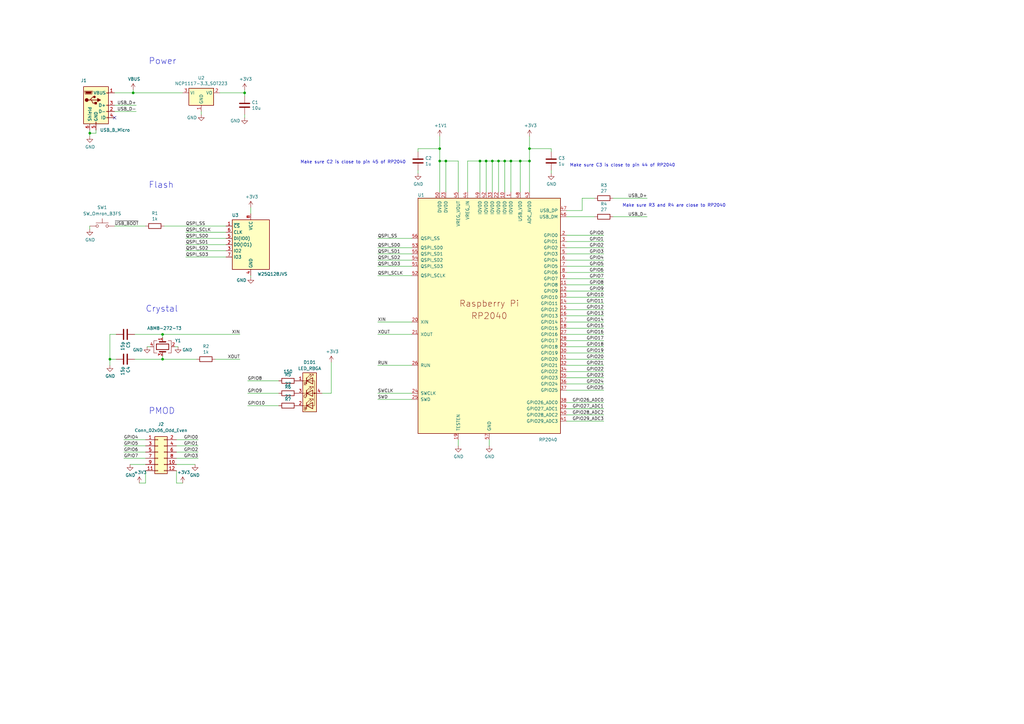
<source format=kicad_sch>
(kicad_sch (version 20230121) (generator eeschema)
  (paper "A3")
  (lib_symbols
    (symbol "Connector:USB_B_Micro" (pin_names (offset 1.016))
      (property "Reference" "J" (at -5.08 11.43 0))
      (property "Value" "USB_B_Micro" (at -5.08 8.89 0))
      (symbol "USB_B_Micro_0_1"
        (rectangle (start -5.08 -7.62) (end 5.08 7.62) (stroke (width 0.254)) (fill (type background)))
        (circle (center -3.81 2.159) (radius 0.635) (stroke (width 0.254)) (fill (type outline)))
        (circle (center -0.635 3.429) (radius 0.381) (stroke (width 0.254)) (fill (type outline)))
        (rectangle (start -0.127 -7.62) (end 0.127 -6.858))
        (polyline (pts (xy -1.905 2.159) (xy 0.635 2.159)) (stroke (width 0.254)))
        (polyline (pts (xy -3.175 2.159) (xy -2.54 2.159) (xy -1.27 3.429) (xy -0.635 3.429)) (stroke (width 0.254)))
        (polyline (pts (xy -2.54 2.159) (xy -1.905 2.159) (xy -1.27 0.889) (xy 0 0.889)) (stroke (width 0.254)))
        (polyline (pts (xy 0.635 2.794) (xy 0.635 1.524) (xy 1.905 2.159) (xy 0.635 2.794)) (stroke (width 0.254)) (fill (type outline)))
        (polyline (pts (xy -4.318 5.588) (xy -1.778 5.588) (xy -2.032 4.826) (xy -4.064 4.826) (xy -4.318 5.588)) (fill (type outline)))
        (polyline (pts (xy -4.699 5.842) (xy -4.699 5.588) (xy -4.445 4.826) (xy -4.445 4.572) (xy -1.651 4.572) (xy -1.651 4.826) (xy -1.397 5.588) (xy -1.397 5.842) (xy -4.699 5.842)))
        (rectangle (start 0.254 1.27) (end -0.508 0.508) (stroke (width 0.254)) (fill (type outline)))
        (rectangle (start 5.08 -5.207) (end 4.318 -4.953))
        (rectangle (start 5.08 -2.667) (end 4.318 -2.413))
        (rectangle (start 5.08 -0.127) (end 4.318 0.127))
        (rectangle (start 5.08 4.953) (end 4.318 5.207))
      )
      (symbol "USB_B_Micro_1_1"
        (pin power_out line (at 7.62 5.08 180) (length 2.54) (name "VBUS") (number "1"))
        (pin bidirectional line (at 7.62 -2.54 180) (length 2.54) (name "D-") (number "2"))
        (pin bidirectional line (at 7.62 0 180) (length 2.54) (name "D+") (number "3"))
        (pin passive line (at 7.62 -5.08 180) (length 2.54) (name "ID") (number "4"))
        (pin power_out line (at 0 -10.16 90) (length 2.54) (name "GND") (number "5"))
        (pin passive line (at -2.54 -10.16 90) (length 2.54) (name "Shield") (number "6"))
      )
    )
    (symbol "Connector_Generic:Conn_02x06_Odd_Even" (pin_names (offset 1.016) hide)
      (property "Reference" "J" (at 1.27 7.62 0))
      (property "Value" "Conn_02x06_Odd_Even" (at 1.27 -10.16 0))
      (symbol "Conn_02x06_Odd_Even_1_1"
        (rectangle (start -1.27 -7.493) (end 0 -7.747) (stroke (width 0.1524)))
        (rectangle (start -1.27 -4.953) (end 0 -5.207) (stroke (width 0.1524)))
        (rectangle (start -1.27 -2.413) (end 0 -2.667) (stroke (width 0.1524)))
        (rectangle (start -1.27 0.127) (end 0 -0.127) (stroke (width 0.1524)))
        (rectangle (start -1.27 2.667) (end 0 2.413) (stroke (width 0.1524)))
        (rectangle (start -1.27 5.207) (end 0 4.953) (stroke (width 0.1524)))
        (rectangle (start -1.27 6.35) (end 3.81 -8.89) (stroke (width 0.254)) (fill (type background)))
        (rectangle (start 3.81 -7.493) (end 2.54 -7.747) (stroke (width 0.1524)))
        (rectangle (start 3.81 -4.953) (end 2.54 -5.207) (stroke (width 0.1524)))
        (rectangle (start 3.81 -2.413) (end 2.54 -2.667) (stroke (width 0.1524)))
        (rectangle (start 3.81 0.127) (end 2.54 -0.127) (stroke (width 0.1524)))
        (rectangle (start 3.81 2.667) (end 2.54 2.413) (stroke (width 0.1524)))
        (rectangle (start 3.81 5.207) (end 2.54 4.953) (stroke (width 0.1524)))
        (pin passive line (at -5.08 5.08 0) (length 3.81) (name "Pin_1") (number "1"))
        (pin passive line (at 7.62 -5.08 180) (length 3.81) (name "Pin_10") (number "10"))
        (pin passive line (at -5.08 -7.62 0) (length 3.81) (name "Pin_11") (number "11"))
        (pin passive line (at 7.62 -7.62 180) (length 3.81) (name "Pin_12") (number "12"))
        (pin passive line (at 7.62 5.08 180) (length 3.81) (name "Pin_2") (number "2"))
        (pin passive line (at -5.08 2.54 0) (length 3.81) (name "Pin_3") (number "3"))
        (pin passive line (at 7.62 2.54 180) (length 3.81) (name "Pin_4") (number "4"))
        (pin passive line (at -5.08 0 0) (length 3.81) (name "Pin_5") (number "5"))
        (pin passive line (at 7.62 0 180) (length 3.81) (name "Pin_6") (number "6"))
        (pin passive line (at -5.08 -2.54 0) (length 3.81) (name "Pin_7") (number "7"))
        (pin passive line (at 7.62 -2.54 180) (length 3.81) (name "Pin_8") (number "8"))
        (pin passive line (at -5.08 -5.08 0) (length 3.81) (name "Pin_9") (number "9"))
      )
    )
    (symbol "Device:C" (pin_numbers hide) (pin_names (offset 0.254))
      (property "Reference" "C" (at 0.635 2.54 0))
      (property "Value" "C" (at 0.635 -2.54 0))
      (symbol "C_0_1"
        (polyline (pts (xy -2.032 -0.762) (xy 2.032 -0.762)) (stroke (width 0.508)))
        (polyline (pts (xy -2.032 0.762) (xy 2.032 0.762)) (stroke (width 0.508)))
      )
      (symbol "C_1_1"
        (pin passive line (at 0 3.81 270) (length 2.794) (name "~") (number "1"))
        (pin passive line (at 0 -3.81 90) (length 2.794) (name "~") (number "2"))
      )
    )
    (symbol "Device:Crystal_GND24" (pin_names (offset 1.016) hide)
      (property "Reference" "Y" (at 3.175 5.08 0))
      (property "Value" "Crystal_GND24" (at 3.175 3.175 0))
      (symbol "Crystal_GND24_0_1"
        (rectangle (start -1.143 2.54) (end 1.143 -2.54) (stroke (width 0.3048)))
        (polyline (pts (xy -2.54 0) (xy -2.032 0)))
        (polyline (pts (xy -2.032 -1.27) (xy -2.032 1.27)) (stroke (width 0.508)))
        (polyline (pts (xy 0 -3.81) (xy 0 -3.556)))
        (polyline (pts (xy 0 3.556) (xy 0 3.81)))
        (polyline (pts (xy 2.032 -1.27) (xy 2.032 1.27)) (stroke (width 0.508)))
        (polyline (pts (xy 2.032 0) (xy 2.54 0)))
        (polyline (pts (xy -2.54 -2.286) (xy -2.54 -3.556) (xy 2.54 -3.556) (xy 2.54 -2.286)))
        (polyline (pts (xy -2.54 2.286) (xy -2.54 3.556) (xy 2.54 3.556) (xy 2.54 2.286)))
      )
      (symbol "Crystal_GND24_1_1"
        (pin passive line (at -3.81 0 0) (length 1.27) (name "1") (number "1"))
        (pin passive line (at 0 5.08 270) (length 1.27) (name "2") (number "2"))
        (pin passive line (at 3.81 0 180) (length 1.27) (name "3") (number "3"))
        (pin passive line (at 0 -5.08 90) (length 1.27) (name "4") (number "4"))
      )
    )
    (symbol "Device:LED_RBGA" (pin_names (offset 0) hide)
      (property "Reference" "D" (at 0 9.398 0))
      (property "Value" "LED_RBGA" (at 0 -8.89 0))
      (symbol "LED_RBGA_0_0"
        (text "B" (at -1.905 -6.35 0) (effects (font (size 1.27 1.27))))
        (text "G" (at -1.905 -1.27 0) (effects (font (size 1.27 1.27))))
        (text "R" (at -1.905 3.81 0) (effects (font (size 1.27 1.27))))
      )
      (symbol "LED_RBGA_0_1"
        (polyline (pts (xy -1.27 -5.08) (xy -2.54 -5.08)))
        (polyline (pts (xy -1.27 -5.08) (xy 1.27 -5.08)))
        (polyline (pts (xy -1.27 -3.81) (xy -1.27 -6.35)) (stroke (width 0.254)))
        (polyline (pts (xy -1.27 0) (xy -2.54 0)))
        (polyline (pts (xy -1.27 1.27) (xy -1.27 -1.27)) (stroke (width 0.254)))
        (polyline (pts (xy -1.27 5.08) (xy -2.54 5.08)))
        (polyline (pts (xy -1.27 5.08) (xy 1.27 5.08)))
        (polyline (pts (xy -1.27 6.35) (xy -1.27 3.81)) (stroke (width 0.254)))
        (polyline (pts (xy 1.27 0) (xy -1.27 0)))
        (polyline (pts (xy 1.27 0) (xy 2.54 0)))
        (polyline (pts (xy -1.27 1.27) (xy -1.27 -1.27) (xy -1.27 -1.27)))
        (polyline (pts (xy -1.27 6.35) (xy -1.27 3.81) (xy -1.27 3.81)))
        (polyline (pts (xy 1.27 -5.08) (xy 2.032 -5.08) (xy 2.032 5.08) (xy 1.27 5.08)))
        (polyline (pts (xy 1.27 -3.81) (xy 1.27 -6.35) (xy -1.27 -5.08) (xy 1.27 -3.81)) (stroke (width 0.254)))
        (polyline (pts (xy 1.27 1.27) (xy 1.27 -1.27) (xy -1.27 0) (xy 1.27 1.27)) (stroke (width 0.254)))
        (polyline (pts (xy 1.27 6.35) (xy 1.27 3.81) (xy -1.27 5.08) (xy 1.27 6.35)) (stroke (width 0.254)))
        (polyline (pts (xy -1.016 -3.81) (xy 0.508 -2.286) (xy -0.254 -2.286) (xy 0.508 -2.286) (xy 0.508 -3.048)))
        (polyline (pts (xy -1.016 1.27) (xy 0.508 2.794) (xy -0.254 2.794) (xy 0.508 2.794) (xy 0.508 2.032)))
        (polyline (pts (xy -1.016 6.35) (xy 0.508 7.874) (xy -0.254 7.874) (xy 0.508 7.874) (xy 0.508 7.112)))
        (polyline (pts (xy 0 -3.81) (xy 1.524 -2.286) (xy 0.762 -2.286) (xy 1.524 -2.286) (xy 1.524 -3.048)))
        (polyline (pts (xy 0 1.27) (xy 1.524 2.794) (xy 0.762 2.794) (xy 1.524 2.794) (xy 1.524 2.032)))
        (polyline (pts (xy 0 6.35) (xy 1.524 7.874) (xy 0.762 7.874) (xy 1.524 7.874) (xy 1.524 7.112)))
        (rectangle (start 1.27 -1.27) (end 1.27 1.27))
        (rectangle (start 1.27 1.27) (end 1.27 1.27))
        (rectangle (start 1.27 3.81) (end 1.27 6.35))
        (rectangle (start 1.27 6.35) (end 1.27 6.35))
        (circle (center 2.032 0) (radius 0.254) (fill (type outline)))
        (rectangle (start 2.794 8.382) (end -2.794 -7.62) (stroke (width 0.254)) (fill (type background)))
      )
      (symbol "LED_RBGA_1_1"
        (pin passive line (at -5.08 5.08 0) (length 2.54) (name "RK") (number "1"))
        (pin passive line (at -5.08 -5.08 0) (length 2.54) (name "BK") (number "2"))
        (pin passive line (at -5.08 0 0) (length 2.54) (name "GK") (number "3"))
        (pin passive line (at 5.08 0 180) (length 2.54) (name "A") (number "4"))
      )
    )
    (symbol "Device:R" (pin_numbers hide) (pin_names (offset 0))
      (property "Reference" "R" (at 2.032 0 90))
      (property "Value" "R" (at 0 0 90))
      (symbol "R_0_1"
        (rectangle (start -1.016 -2.54) (end 1.016 2.54) (stroke (width 0.254)))
      )
      (symbol "R_1_1"
        (pin passive line (at 0 3.81 270) (length 1.27) (name "~") (number "1"))
        (pin passive line (at 0 -3.81 90) (length 1.27) (name "~") (number "2"))
      )
    )
    (symbol "MCU_RaspberryPi_RP2040:RP2040" (pin_names (offset 1.016))
      (property "Reference" "U" (at -29.21 49.53 0))
      (property "Value" "RP2040" (at 24.13 -49.53 0))
      (symbol "RP2040_0_0"
        (text "Raspberry Pi" (at 0 5.08 0) (effects (font (size 2.54 2.54))))
        (text "RP2040" (at 0 0 0) (effects (font (size 2.54 2.54))))
      )
      (symbol "RP2040_0_1"
        (rectangle (start 29.21 48.26) (end -29.21 -48.26) (stroke (width 0.254)) (fill (type background)))
      )
      (symbol "RP2040_1_1"
        (pin power_in line (at 8.89 50.8 270) (length 2.54) (name "IOVDD") (number "1"))
        (pin power_in line (at 6.35 50.8 270) (length 2.54) (name "IOVDD") (number "10"))
        (pin bidirectional line (at 31.75 12.7 180) (length 2.54) (name "GPIO8") (number "11"))
        (pin bidirectional line (at 31.75 10.16 180) (length 2.54) (name "GPIO9") (number "12"))
        (pin bidirectional line (at 31.75 7.62 180) (length 2.54) (name "GPIO10") (number "13"))
        (pin bidirectional line (at 31.75 5.08 180) (length 2.54) (name "GPIO11") (number "14"))
        (pin bidirectional line (at 31.75 2.54 180) (length 2.54) (name "GPIO12") (number "15"))
        (pin bidirectional line (at 31.75 0 180) (length 2.54) (name "GPIO13") (number "16"))
        (pin bidirectional line (at 31.75 -2.54 180) (length 2.54) (name "GPIO14") (number "17"))
        (pin bidirectional line (at 31.75 -5.08 180) (length 2.54) (name "GPIO15") (number "18"))
        (pin passive line (at -12.7 -50.8 90) (length 2.54) (name "TESTEN") (number "19"))
        (pin bidirectional line (at 31.75 33.02 180) (length 2.54) (name "GPIO0") (number "2"))
        (pin input line (at -31.75 -2.54 0) (length 2.54) (name "XIN") (number "20"))
        (pin passive line (at -31.75 -7.62 0) (length 2.54) (name "XOUT") (number "21"))
        (pin power_in line (at 3.81 50.8 270) (length 2.54) (name "IOVDD") (number "22"))
        (pin power_in line (at -17.78 50.8 270) (length 2.54) (name "DVDD") (number "23"))
        (pin output line (at -31.75 -31.75 0) (length 2.54) (name "SWCLK") (number "24"))
        (pin bidirectional line (at -31.75 -34.29 0) (length 2.54) (name "SWD") (number "25"))
        (pin input line (at -31.75 -20.32 0) (length 2.54) (name "RUN") (number "26"))
        (pin bidirectional line (at 31.75 -7.62 180) (length 2.54) (name "GPIO16") (number "27"))
        (pin bidirectional line (at 31.75 -10.16 180) (length 2.54) (name "GPIO17") (number "28"))
        (pin bidirectional line (at 31.75 -12.7 180) (length 2.54) (name "GPIO18") (number "29"))
        (pin bidirectional line (at 31.75 30.48 180) (length 2.54) (name "GPIO1") (number "3"))
        (pin bidirectional line (at 31.75 -15.24 180) (length 2.54) (name "GPIO19") (number "30"))
        (pin bidirectional line (at 31.75 -17.78 180) (length 2.54) (name "GPIO20") (number "31"))
        (pin bidirectional line (at 31.75 -20.32 180) (length 2.54) (name "GPIO21") (number "32"))
        (pin power_in line (at 1.27 50.8 270) (length 2.54) (name "IOVDD") (number "33"))
        (pin bidirectional line (at 31.75 -22.86 180) (length 2.54) (name "GPIO22") (number "34"))
        (pin bidirectional line (at 31.75 -25.4 180) (length 2.54) (name "GPIO23") (number "35"))
        (pin bidirectional line (at 31.75 -27.94 180) (length 2.54) (name "GPIO24") (number "36"))
        (pin bidirectional line (at 31.75 -30.48 180) (length 2.54) (name "GPIO25") (number "37"))
        (pin bidirectional line (at 31.75 -35.56 180) (length 2.54) (name "GPIO26_ADC0") (number "38"))
        (pin bidirectional line (at 31.75 -38.1 180) (length 2.54) (name "GPIO27_ADC1") (number "39"))
        (pin bidirectional line (at 31.75 27.94 180) (length 2.54) (name "GPIO2") (number "4"))
        (pin bidirectional line (at 31.75 -40.64 180) (length 2.54) (name "GPIO28_ADC2") (number "40"))
        (pin bidirectional line (at 31.75 -43.18 180) (length 2.54) (name "GPIO29_ADC3") (number "41"))
        (pin power_in line (at -1.27 50.8 270) (length 2.54) (name "IOVDD") (number "42"))
        (pin power_in line (at 16.51 50.8 270) (length 2.54) (name "ADC_AVDD") (number "43"))
        (pin power_in line (at -8.89 50.8 270) (length 2.54) (name "VREG_IN") (number "44"))
        (pin power_out line (at -12.7 50.8 270) (length 2.54) (name "VREG_VOUT") (number "45"))
        (pin bidirectional line (at 31.75 40.64 180) (length 2.54) (name "USB_DM") (number "46"))
        (pin bidirectional line (at 31.75 43.18 180) (length 2.54) (name "USB_DP") (number "47"))
        (pin power_in line (at 12.7 50.8 270) (length 2.54) (name "USB_VDD") (number "48"))
        (pin power_in line (at -3.81 50.8 270) (length 2.54) (name "IOVDD") (number "49"))
        (pin bidirectional line (at 31.75 25.4 180) (length 2.54) (name "GPIO3") (number "5"))
        (pin power_in line (at -20.32 50.8 270) (length 2.54) (name "DVDD") (number "50"))
        (pin bidirectional line (at -31.75 20.32 0) (length 2.54) (name "QSPI_SD3") (number "51"))
        (pin output line (at -31.75 16.51 0) (length 2.54) (name "QSPI_SCLK") (number "52"))
        (pin bidirectional line (at -31.75 27.94 0) (length 2.54) (name "QSPI_SD0") (number "53"))
        (pin bidirectional line (at -31.75 22.86 0) (length 2.54) (name "QSPI_SD2") (number "54"))
        (pin bidirectional line (at -31.75 25.4 0) (length 2.54) (name "QSPI_SD1") (number "55"))
        (pin bidirectional line (at -31.75 31.75 0) (length 2.54) (name "QSPI_SS") (number "56"))
        (pin power_in line (at 0 -50.8 90) (length 2.54) (name "GND") (number "57"))
        (pin bidirectional line (at 31.75 22.86 180) (length 2.54) (name "GPIO4") (number "6"))
        (pin bidirectional line (at 31.75 20.32 180) (length 2.54) (name "GPIO5") (number "7"))
        (pin bidirectional line (at 31.75 17.78 180) (length 2.54) (name "GPIO6") (number "8"))
        (pin bidirectional line (at 31.75 15.24 180) (length 2.54) (name "GPIO7") (number "9"))
      )
    )
    (symbol "Memory_Flash:W25Q128JVS"
      (property "Reference" "U" (at -8.89 8.89 0))
      (property "Value" "W25Q128JVS" (at 7.62 8.89 0))
      (symbol "W25Q128JVS_0_1"
        (rectangle (start -7.62 10.16) (end 7.62 -10.16) (stroke (width 0.254)) (fill (type background)))
      )
      (symbol "W25Q128JVS_1_1"
        (pin input line (at -10.16 7.62 0) (length 2.54) (name "~{CS}") (number "1"))
        (pin bidirectional line (at -10.16 0 0) (length 2.54) (name "DO(IO1)") (number "2"))
        (pin bidirectional line (at -10.16 -2.54 0) (length 2.54) (name "IO2") (number "3"))
        (pin power_in line (at 0 -12.7 90) (length 2.54) (name "GND") (number "4"))
        (pin bidirectional line (at -10.16 2.54 0) (length 2.54) (name "DI(IO0)") (number "5"))
        (pin input line (at -10.16 5.08 0) (length 2.54) (name "CLK") (number "6"))
        (pin bidirectional line (at -10.16 -5.08 0) (length 2.54) (name "IO3") (number "7"))
        (pin power_in line (at 0 12.7 270) (length 2.54) (name "VCC") (number "8"))
      )
    )
    (symbol "Regulator_Linear:NCP1117-3.3_SOT223"
      (property "Reference" "U" (at -3.81 3.175 0))
      (property "Value" "NCP1117-3.3_SOT223" (at 0 3.175 0))
      (symbol "NCP1117-3.3_SOT223_0_1"
        (rectangle (start -5.08 -5.08) (end 5.08 1.905) (stroke (width 0.254)) (fill (type background)))
      )
      (symbol "NCP1117-3.3_SOT223_1_1"
        (pin power_in line (at 0 -7.62 90) (length 2.54) (name "GND") (number "1"))
        (pin power_out line (at 7.62 0 180) (length 2.54) (name "VO") (number "2"))
        (pin power_in line (at -7.62 0 0) (length 2.54) (name "VI") (number "3"))
      )
    )
    (symbol "Switch:SW_Omron_B3FS" (pin_numbers hide) (pin_names (offset 1.016) hide)
      (property "Reference" "SW" (at 1.27 2.54 0))
      (property "Value" "SW_Omron_B3FS" (at 0 -1.524 0))
      (symbol "SW_Omron_B3FS_0_1"
        (circle (center -2.032 0) (radius 0.508))
        (polyline (pts (xy 0 1.27) (xy 0 3.048)))
        (polyline (pts (xy 2.54 1.27) (xy -2.54 1.27)))
        (circle (center 2.032 0) (radius 0.508))
        (pin passive line (at -5.08 0 0) (length 2.54) (name "1") (number "1"))
        (pin passive line (at 5.08 0 180) (length 2.54) (name "2") (number "2"))
      )
    )
    (symbol "power:+1V1" (power) (pin_names (offset 0))
      (property "Value" "+1V1" (at 0 3.556 0))
      (symbol "+1V1_0_1"
        (polyline (pts (xy -0.762 1.27) (xy 0 2.54)))
        (polyline (pts (xy 0 0) (xy 0 2.54)))
        (polyline (pts (xy 0 2.54) (xy 0.762 1.27)))
      )
      (symbol "+1V1_1_1"
        (pin power_in line (at 0 0 90) (length 0) hide (name "+1V1") (number "1"))
      )
    )
    (symbol "power:+3V3" (power) (pin_names (offset 0))
      (property "Value" "+3V3" (at 0 3.556 0))
      (symbol "+3V3_0_1"
        (polyline (pts (xy -0.762 1.27) (xy 0 2.54)))
        (polyline (pts (xy 0 0) (xy 0 2.54)))
        (polyline (pts (xy 0 2.54) (xy 0.762 1.27)))
      )
      (symbol "+3V3_1_1"
        (pin power_in line (at 0 0 90) (length 0) hide (name "+3V3") (number "1"))
      )
    )
    (symbol "power:GND" (power) (pin_names (offset 0))
      (property "Value" "GND" (at 0 -3.81 0))
      (symbol "GND_0_1"
        (polyline (pts (xy 0 0) (xy 0 -1.27) (xy 1.27 -1.27) (xy 0 -2.54) (xy -1.27 -1.27) (xy 0 -1.27)))
      )
      (symbol "GND_1_1"
        (pin power_in line (at 0 0 270) (length 0) hide (name "GND") (number "1"))
      )
    )
    (symbol "power:VBUS" (power) (pin_names (offset 0))
      (property "Value" "VBUS" (at 0 3.81 0))
      (symbol "VBUS_0_1"
        (polyline (pts (xy -0.762 1.27) (xy 0 2.54)))
        (polyline (pts (xy 0 0) (xy 0 2.54)))
        (polyline (pts (xy 0 2.54) (xy 0.762 1.27)))
      )
      (symbol "VBUS_1_1"
        (pin power_in line (at 0 0 90) (length 0) hide (name "VBUS") (number "1"))
      )
    )
  )
  (junction (at 213.36 66.04))
  (junction (at 196.85 66.04))
  (junction (at 180.34 66.04))
  (junction (at 180.34 60.96))
  (junction (at 207.01 66.04))
  (junction (at 66.675 137.16))
  (junction (at 217.17 66.04))
  (junction (at 100.33 38.1))
  (junction (at 66.675 147.32))
  (junction (at 217.17 60.96))
  (junction (at 204.47 66.04))
  (junction (at 36.83 54.61))
  (junction (at 54.61 38.1))
  (junction (at 45.085 147.32))
  (junction (at 199.39 66.04))
  (junction (at 201.93 66.04))
  (junction (at 209.55 66.04))
  (junction (at 182.88 66.04))
  (no_connect (at 46.99 48.26))
  (wire (pts (xy 39.37 54.61) (xy 36.83 54.61)))
  (wire (pts (xy 88.265 147.32) (xy 98.425 147.32)))
  (wire (pts (xy 232.41 139.7) (xy 247.65 139.7)))
  (wire (pts (xy 92.71 100.33) (xy 76.2 100.33)))
  (wire (pts (xy 232.41 132.08) (xy 247.65 132.08)))
  (wire (pts (xy 180.34 60.96) (xy 180.34 66.04)))
  (wire (pts (xy 100.33 46.99) (xy 100.33 48.26)))
  (wire (pts (xy 154.94 132.08) (xy 168.91 132.08)))
  (wire (pts (xy 201.93 66.04) (xy 204.47 66.04)))
  (wire (pts (xy 232.41 149.86) (xy 247.65 149.86)))
  (wire (pts (xy 207.01 66.04) (xy 209.55 66.04)))
  (wire (pts (xy 232.41 106.68) (xy 247.65 106.68)))
  (wire (pts (xy 82.55 45.72) (xy 82.55 46.99)))
  (wire (pts (xy 217.17 60.96) (xy 226.06 60.96)))
  (wire (pts (xy 217.17 60.96) (xy 217.17 66.04)))
  (wire (pts (xy 217.17 55.88) (xy 217.17 60.96)))
  (wire (pts (xy 154.94 101.6) (xy 168.91 101.6)))
  (wire (pts (xy 232.41 111.76) (xy 247.65 111.76)))
  (wire (pts (xy 232.41 99.06) (xy 247.65 99.06)))
  (wire (pts (xy 102.87 113.665) (xy 102.87 113.03)))
  (wire (pts (xy 187.96 180.34) (xy 187.96 182.88)))
  (wire (pts (xy 66.675 138.43) (xy 66.675 137.16)))
  (wire (pts (xy 232.41 101.6) (xy 247.65 101.6)))
  (wire (pts (xy 238.76 81.28) (xy 238.76 86.36)))
  (wire (pts (xy 72.39 193.04) (xy 72.39 198.12)))
  (wire (pts (xy 196.85 78.74) (xy 196.85 66.04)))
  (wire (pts (xy 71.755 142.24) (xy 73.025 142.24)))
  (wire (pts (xy 232.41 119.38) (xy 247.65 119.38)))
  (wire (pts (xy 168.91 149.86) (xy 154.94 149.86)))
  (wire (pts (xy 232.41 124.46) (xy 247.65 124.46)))
  (wire (pts (xy 135.89 148.59) (xy 135.89 161.29)))
  (wire (pts (xy 232.41 137.16) (xy 247.65 137.16)))
  (wire (pts (xy 232.41 134.62) (xy 247.65 134.62)))
  (wire (pts (xy 46.99 38.1) (xy 54.61 38.1)))
  (wire (pts (xy 187.96 78.74) (xy 187.96 66.04)))
  (wire (pts (xy 232.41 104.14) (xy 247.65 104.14)))
  (wire (pts (xy 232.41 86.36) (xy 238.76 86.36)))
  (wire (pts (xy 251.46 81.28) (xy 265.43 81.28)))
  (wire (pts (xy 57.15 198.12) (xy 59.69 198.12)))
  (wire (pts (xy 232.41 167.64) (xy 247.65 167.64)))
  (wire (pts (xy 67.31 92.71) (xy 92.71 92.71)))
  (wire (pts (xy 171.45 60.96) (xy 180.34 60.96)))
  (wire (pts (xy 213.36 78.74) (xy 213.36 66.04)))
  (wire (pts (xy 187.96 66.04) (xy 182.88 66.04)))
  (wire (pts (xy 66.675 147.32) (xy 80.645 147.32)))
  (wire (pts (xy 66.675 137.16) (xy 98.425 137.16)))
  (wire (pts (xy 72.39 187.96) (xy 81.28 187.96)))
  (wire (pts (xy 92.71 105.41) (xy 76.2 105.41)))
  (wire (pts (xy 232.41 88.9) (xy 243.84 88.9)))
  (wire (pts (xy 50.8 182.88) (xy 59.69 182.88)))
  (wire (pts (xy 191.77 66.04) (xy 196.85 66.04)))
  (wire (pts (xy 76.2 95.25) (xy 92.71 95.25)))
  (wire (pts (xy 180.34 55.88) (xy 180.34 60.96)))
  (wire (pts (xy 36.83 54.61) (xy 36.83 55.88)))
  (wire (pts (xy 232.41 154.94) (xy 247.65 154.94)))
  (wire (pts (xy 209.55 66.04) (xy 213.36 66.04)))
  (wire (pts (xy 72.39 190.5) (xy 80.01 190.5)))
  (wire (pts (xy 199.39 66.04) (xy 201.93 66.04)))
  (wire (pts (xy 72.39 180.34) (xy 81.28 180.34)))
  (wire (pts (xy 232.41 170.18) (xy 247.65 170.18)))
  (wire (pts (xy 232.41 121.92) (xy 247.65 121.92)))
  (wire (pts (xy 232.41 157.48) (xy 247.65 157.48)))
  (wire (pts (xy 168.91 97.79) (xy 154.94 97.79)))
  (wire (pts (xy 54.61 38.1) (xy 74.93 38.1)))
  (wire (pts (xy 217.17 66.04) (xy 217.17 78.74)))
  (wire (pts (xy 232.41 127) (xy 247.65 127)))
  (wire (pts (xy 232.41 114.3) (xy 247.65 114.3)))
  (wire (pts (xy 53.34 190.5) (xy 59.69 190.5)))
  (wire (pts (xy 209.55 66.04) (xy 209.55 78.74)))
  (wire (pts (xy 54.61 36.83) (xy 54.61 38.1)))
  (wire (pts (xy 251.46 88.9) (xy 265.43 88.9)))
  (wire (pts (xy 207.01 78.74) (xy 207.01 66.04)))
  (wire (pts (xy 47.625 147.32) (xy 45.085 147.32)))
  (wire (pts (xy 182.88 66.04) (xy 180.34 66.04)))
  (wire (pts (xy 199.39 78.74) (xy 199.39 66.04)))
  (wire (pts (xy 92.71 97.79) (xy 76.2 97.79)))
  (wire (pts (xy 168.91 113.03) (xy 154.94 113.03)))
  (wire (pts (xy 232.41 116.84) (xy 247.65 116.84)))
  (wire (pts (xy 200.66 180.34) (xy 200.66 182.88)))
  (wire (pts (xy 168.91 161.29) (xy 154.94 161.29)))
  (wire (pts (xy 55.245 147.32) (xy 66.675 147.32)))
  (wire (pts (xy 59.69 92.71) (xy 46.99 92.71)))
  (wire (pts (xy 232.41 96.52) (xy 247.65 96.52)))
  (wire (pts (xy 191.77 78.74) (xy 191.77 66.04)))
  (wire (pts (xy 59.69 193.04) (xy 59.69 198.12)))
  (wire (pts (xy 90.17 38.1) (xy 100.33 38.1)))
  (wire (pts (xy 66.675 146.05) (xy 66.675 147.32)))
  (wire (pts (xy 171.45 62.23) (xy 171.45 60.96)))
  (wire (pts (xy 72.39 185.42) (xy 81.28 185.42)))
  (wire (pts (xy 36.83 92.71) (xy 36.83 93.98)))
  (wire (pts (xy 232.41 109.22) (xy 247.65 109.22)))
  (wire (pts (xy 101.6 166.37) (xy 114.3 166.37)))
  (wire (pts (xy 50.8 180.34) (xy 59.69 180.34)))
  (wire (pts (xy 232.41 160.02) (xy 247.65 160.02)))
  (wire (pts (xy 154.94 106.68) (xy 168.91 106.68)))
  (wire (pts (xy 100.33 38.1) (xy 100.33 36.83)))
  (wire (pts (xy 101.6 156.21) (xy 114.3 156.21)))
  (wire (pts (xy 132.08 161.29) (xy 135.89 161.29)))
  (wire (pts (xy 226.06 62.23) (xy 226.06 60.96)))
  (wire (pts (xy 50.8 185.42) (xy 59.69 185.42)))
  (wire (pts (xy 60.325 142.24) (xy 61.595 142.24)))
  (wire (pts (xy 168.91 137.16) (xy 154.94 137.16)))
  (wire (pts (xy 232.41 129.54) (xy 247.65 129.54)))
  (wire (pts (xy 72.39 182.88) (xy 81.28 182.88)))
  (wire (pts (xy 45.085 137.16) (xy 45.085 147.32)))
  (wire (pts (xy 46.99 45.72) (xy 55.88 45.72)))
  (wire (pts (xy 100.33 39.37) (xy 100.33 38.1)))
  (wire (pts (xy 92.71 102.87) (xy 76.2 102.87)))
  (wire (pts (xy 154.94 104.14) (xy 168.91 104.14)))
  (wire (pts (xy 196.85 66.04) (xy 199.39 66.04)))
  (wire (pts (xy 232.41 147.32) (xy 247.65 147.32)))
  (wire (pts (xy 101.6 161.29) (xy 114.3 161.29)))
  (wire (pts (xy 204.47 66.04) (xy 207.01 66.04)))
  (wire (pts (xy 232.41 172.72) (xy 247.65 172.72)))
  (wire (pts (xy 232.41 142.24) (xy 247.65 142.24)))
  (wire (pts (xy 154.94 109.22) (xy 168.91 109.22)))
  (wire (pts (xy 36.83 53.34) (xy 36.83 54.61)))
  (wire (pts (xy 180.34 66.04) (xy 180.34 78.74)))
  (wire (pts (xy 213.36 66.04) (xy 217.17 66.04)))
  (wire (pts (xy 45.085 147.32) (xy 45.085 149.86)))
  (wire (pts (xy 232.41 144.78) (xy 247.65 144.78)))
  (wire (pts (xy 47.625 137.16) (xy 45.085 137.16)))
  (wire (pts (xy 232.41 152.4) (xy 247.65 152.4)))
  (wire (pts (xy 226.06 69.85) (xy 226.06 71.12)))
  (wire (pts (xy 182.88 78.74) (xy 182.88 66.04)))
  (wire (pts (xy 171.45 69.85) (xy 171.45 71.12)))
  (wire (pts (xy 102.87 85.09) (xy 102.87 87.63)))
  (wire (pts (xy 168.91 163.83) (xy 154.94 163.83)))
  (wire (pts (xy 46.99 43.18) (xy 55.88 43.18)))
  (wire (pts (xy 204.47 78.74) (xy 204.47 66.04)))
  (wire (pts (xy 39.37 53.34) (xy 39.37 54.61)))
  (wire (pts (xy 232.41 165.1) (xy 247.65 165.1)))
  (wire (pts (xy 55.245 137.16) (xy 66.675 137.16)))
  (wire (pts (xy 201.93 78.74) (xy 201.93 66.04)))
  (wire (pts (xy 72.39 198.12) (xy 74.93 198.12)))
  (wire (pts (xy 50.8 187.96) (xy 59.69 187.96)))
  (wire (pts (xy 238.76 81.28) (xy 243.84 81.28)))
  (text "Crystal" (at 59.69 128.27 0) (effects (font (size 2.54 2.54)) (justify left bottom)))
  (text "Make sure C2 is close to pin 45 of RP2040" (at 123.19 67.31 0) (effects (font (size 1.27 1.27)) (justify left bottom)))
  (text "Make sure R3 and R4 are close to RP2040" (at 255.27 85.09 0) (effects (font (size 1.27 1.27)) (justify left bottom)))
  (text "Flash" (at 60.96 77.47 0) (effects (font (size 2.54 2.54)) (justify left bottom)))
  (text "Power" (at 60.96 26.67 0) (effects (font (size 2.54 2.54)) (justify left bottom)))
  (text "PMOD\n" (at 60.96 170.18 0) (effects (font (size 2.54 2.54)) (justify left bottom)))
  (text "Make sure C3 is close to pin 44 of RP2040" (at 233.68 68.58 0) (effects (font (size 1.27 1.27)) (justify left bottom)))
  (label "GPIO12" (at 247.65 127 180))
  (label "QSPI_SS" (at 154.94 97.79 0))
  (label "GPIO16" (at 247.65 137.16 180))
  (label "XOUT" (at 154.94 137.16 0))
  (label "QSPI_SD0" (at 76.2 97.79 0))
  (label "XIN" (at 154.94 132.08 0))
  (label "QSPI_SD3" (at 76.2 105.41 0))
  (label "RUN" (at 154.94 149.86 0))
  (label "GPIO9" (at 247.65 119.38 180))
  (label "QSPI_SD2" (at 154.94 106.68 0))
  (label "GPIO14" (at 247.65 132.08 180))
  (label "GPIO8" (at 101.6 156.21 0))
  (label "GPIO26_ADC0" (at 247.65 165.1 180))
  (label "USB_D-" (at 265.43 88.9 180))
  (label "QSPI_SS" (at 76.2 92.71 0))
  (label "GPIO3" (at 81.28 187.96 180))
  (label "GPIO1" (at 247.65 99.06 180))
  (label "QSPI_SD1" (at 76.2 100.33 0))
  (label "GPIO2" (at 247.65 101.6 180))
  (label "QSPI_SD0" (at 154.94 101.6 0))
  (label "GPIO6" (at 247.65 111.76 180))
  (label "XIN" (at 98.425 137.16 180))
  (label "GPIO17" (at 247.65 139.7 180))
  (label "GPIO23" (at 247.65 154.94 180))
  (label "QSPI_SD2" (at 76.2 102.87 0))
  (label "GPIO18" (at 247.65 142.24 180))
  (label "GPIO0" (at 247.65 96.52 180))
  (label "GPIO21" (at 247.65 149.86 180))
  (label "GPIO13" (at 247.65 129.54 180))
  (label "GPIO29_ADC3" (at 247.65 172.72 180))
  (label "GPIO20" (at 247.65 147.32 180))
  (label "QSPI_SCLK" (at 76.2 95.25 0))
  (label "GPIO10" (at 247.65 121.92 180))
  (label "USB_D+" (at 55.88 43.18 180))
  (label "~{USB_BOOT}" (at 46.99 92.71 0))
  (label "GPIO4" (at 247.65 106.68 180))
  (label "GPIO7" (at 247.65 114.3 180))
  (label "GPIO22" (at 247.65 152.4 180))
  (label "SWD" (at 154.94 163.83 0))
  (label "GPIO24" (at 247.65 157.48 180))
  (label "XOUT" (at 98.425 147.32 180))
  (label "GPIO6" (at 50.8 185.42 0))
  (label "QSPI_SD1" (at 154.94 104.14 0))
  (label "GPIO19" (at 247.65 144.78 180))
  (label "GPIO1" (at 81.28 182.88 180))
  (label "QSPI_SD3" (at 154.94 109.22 0))
  (label "GPIO28_ADC2" (at 247.65 170.18 180))
  (label "GPIO7" (at 50.8 187.96 0))
  (label "GPIO0" (at 81.28 180.34 180))
  (label "GPIO2" (at 81.28 185.42 180))
  (label "QSPI_SCLK" (at 154.94 113.03 0))
  (label "GPIO5" (at 50.8 182.88 0))
  (label "USB_D+" (at 265.43 81.28 180))
  (label "GPIO5" (at 247.65 109.22 180))
  (label "GPIO27_ADC1" (at 247.65 167.64 180))
  (label "GPIO4" (at 50.8 180.34 0))
  (label "GPIO15" (at 247.65 134.62 180))
  (label "GPIO25" (at 247.65 160.02 180))
  (label "GPIO10" (at 101.6 166.37 0))
  (label "GPIO9" (at 101.6 161.29 0))
  (label "GPIO11" (at 247.65 124.46 180))
  (label "SWCLK" (at 154.94 161.29 0))
  (label "GPIO3" (at 247.65 104.14 180))
  (label "USB_D-" (at 55.88 45.72 180))
  (label "GPIO8" (at 247.65 116.84 180))
  (symbol (lib_id "Device:C") (at 100.33 43.18 0) (unit 1)
    (property "Reference" "C1" (at 103.251 42.0116 0) (effects (justify left)))
    (property "Value" "10u" (at 103.251 44.323 0) (effects (justify left)))
    (property "Footprint" "Capacitor_SMD:C_0805_2012Metric" (effects hide))
  )
  (symbol (lib_id "power:+3V3") (at 57.15 198.12 0) (unit 1)
    (property "Reference" "#PWR0121" (effects hide))
    (property "Value" "+3V3" (at 57.531 193.7258 0))
  )
  (symbol (lib_id "power:GND") (at 171.45 71.12 0) (unit 1)
    (property "Reference" "#PWR0115" (effects hide))
    (property "Value" "GND" (at 171.577 75.5142 0))
  )
  (symbol (lib_id "Device:R") (at 247.65 88.9 270) (unit 1)
    (property "Reference" "R4" (at 247.65 83.6422 90))
    (property "Value" "27" (at 247.65 85.9536 90))
    (property "Footprint" "Resistor_SMD:R_0402_1005Metric" (effects hide))
  )
  (symbol (lib_id "power:GND") (at 53.34 190.5 0) (unit 1)
    (property "Reference" "#PWR0122" (effects hide))
    (property "Value" "GND" (at 53.467 194.8942 0))
  )
  (symbol (lib_id "Memory_Flash:W25Q128JVS") (at 102.87 100.33 0) (unit 1)
    (property "Reference" "U3" (at 96.52 88.265 0))
    (property "Value" "W25Q128JVS" (at 111.76 112.395 0))
    (property "Footprint" "Package_SO:SOIC-8_5.23x5.23mm_P1.27mm" (effects hide))
    (property "Datasheet" "http://www.winbond.com/resource-files/w25q128jv_dtr%20revc%2003272018%20plus.pdf" (effects hide))
  )
  (symbol (lib_id "power:GND") (at 200.66 182.88 0) (unit 1)
    (property "Reference" "#PWR0118" (effects hide))
    (property "Value" "GND" (at 200.787 187.2742 0))
  )
  (symbol (lib_id "power:+3V3") (at 74.93 198.12 0) (unit 1)
    (property "Reference" "#PWR0114" (effects hide))
    (property "Value" "+3V3" (at 75.311 193.7258 0))
  )
  (symbol (lib_id "power:+1V1") (at 180.34 55.88 0) (unit 1)
    (property "Reference" "#PWR0116" (effects hide))
    (property "Value" "+1V1" (at 180.721 51.4858 0))
  )
  (symbol (lib_id "power:GND") (at 187.96 182.88 0) (unit 1)
    (property "Reference" "#PWR0117" (effects hide))
    (property "Value" "GND" (at 188.087 187.2742 0))
  )
  (symbol (lib_id "Device:R") (at 84.455 147.32 270) (unit 1)
    (property "Reference" "R2" (at 84.455 142.0622 90))
    (property "Value" "1k" (at 84.455 144.3736 90))
    (property "Footprint" "Resistor_SMD:R_0402_1005Metric" (effects hide))
  )
  (symbol (lib_id "Device:C") (at 171.45 66.04 0) (unit 1)
    (property "Reference" "C2" (at 174.371 64.8716 0) (effects (justify left)))
    (property "Value" "1u" (at 174.371 67.183 0) (effects (justify left)))
    (property "Footprint" "Capacitor_SMD:C_0402_1005Metric" (effects hide))
  )
  (symbol (lib_id "power:GND") (at 100.33 48.26 0) (unit 1)
    (property "Reference" "#PWR0110" (effects hide))
    (property "Value" "GND" (at 96.52 49.53 0))
  )
  (symbol (lib_id "power:GND") (at 102.87 113.665 0) (unit 1)
    (property "Reference" "#PWR0112" (effects hide))
    (property "Value" "GND" (at 99.06 114.935 0))
  )
  (symbol (lib_id "power:GND") (at 82.55 46.99 0) (unit 1)
    (property "Reference" "#PWR0108" (effects hide))
    (property "Value" "GND" (at 78.74 48.26 0))
  )
  (symbol (lib_id "power:GND") (at 80.01 190.5 0) (mirror y) (unit 1)
    (property "Reference" "#PWR0123" (effects hide))
    (property "Value" "GND" (at 79.883 194.8942 0))
  )
  (symbol (lib_id "Device:R") (at 118.11 156.21 90) (unit 1)
    (property "Reference" "R5" (at 118.11 153.67 90))
    (property "Value" "150" (at 118.11 152.4 90))
    (property "Footprint" "Resistor_SMD:R_0402_1005Metric" (effects hide))
  )
  (symbol (lib_id "power:+3V3") (at 102.87 85.09 0) (unit 1)
    (property "Reference" "#PWR0111" (effects hide))
    (property "Value" "+3V3" (at 103.251 80.6958 0))
  )
  (symbol (lib_id "Device:C") (at 226.06 66.04 0) (unit 1)
    (property "Reference" "C3" (at 228.981 64.8716 0) (effects (justify left)))
    (property "Value" "1u" (at 228.981 67.183 0) (effects (justify left)))
    (property "Footprint" "Capacitor_SMD:C_0402_1005Metric" (effects hide))
  )
  (symbol (lib_id "Device:R") (at 247.65 81.28 270) (unit 1)
    (property "Reference" "R3" (at 247.65 76.0222 90))
    (property "Value" "27" (at 247.65 78.3336 90))
    (property "Footprint" "Resistor_SMD:R_0402_1005Metric" (effects hide))
  )
  (symbol (lib_id "Switch:SW_Omron_B3FS") (at 41.91 92.71 0) (unit 1)
    (property "Reference" "SW1" (at 41.91 85.09 0))
    (property "Value" "SW_Omron_B3FS" (at 41.91 87.63 0))
    (property "Footprint" "Button_Switch_THT:SW_PUSH_6mm" (effects hide))
    (property "Datasheet" "https://omronfs.omron.com/en_US/ecb/products/pdf/en-b3fs.pdf" (effects hide))
  )
  (symbol (lib_id "Connector_Generic:Conn_02x06_Odd_Even") (at 64.77 185.42 0) (unit 1)
    (property "Reference" "J2" (at 66.04 173.99 0))
    (property "Value" "Conn_02x06_Odd_Even" (at 66.04 176.53 0))
    (property "Footprint" "Connector_PinHeader_2.54mm:PinHeader_2x06_P2.54mm_Vertical" (effects hide))
  )
  (symbol (lib_id "power:+3V3") (at 135.89 148.59 0) (unit 1)
    (property "Reference" "#PWR0105" (effects hide))
    (property "Value" "+3V3" (at 136.271 144.1958 0))
  )
  (symbol (lib_id "power:GND") (at 73.025 142.24 0) (unit 1)
    (property "Reference" "#PWR0107" (effects hide))
    (property "Value" "GND" (at 76.835 143.51 0))
  )
  (symbol (lib_id "Connector:USB_B_Micro") (at 39.37 43.18 0) (unit 1)
    (property "Reference" "J1" (at 35.56 33.02 0) (effects (justify right)))
    (property "Value" "USB_B_Micro" (at 53.34 53.34 0) (effects (justify right)))
    (property "Footprint" "Connector_USB:USB_Micro-B_Amphenol_10103594-0001LF_Horizontal" (effects hide))
  )
  (symbol (lib_id "Device:C") (at 51.435 147.32 270) (unit 1)
    (property "Reference" "C4" (at 52.6034 150.241 0) (effects (justify left)))
    (property "Value" "15p" (at 50.292 150.241 0) (effects (justify left)))
    (property "Footprint" "Capacitor_SMD:C_0402_1005Metric" (effects hide))
  )
  (symbol (lib_id "Device:R") (at 118.11 166.37 90) (unit 1)
    (property "Reference" "R7" (at 118.11 163.83 90))
    (property "Value" "22" (at 118.11 162.56 90))
    (property "Footprint" "Resistor_SMD:R_0402_1005Metric" (effects hide))
  )
  (symbol (lib_id "Device:R") (at 118.11 161.29 90) (unit 1)
    (property "Reference" "R6" (at 118.11 158.75 90))
    (property "Value" "22" (at 118.11 157.48 90))
    (property "Footprint" "Resistor_SMD:R_0402_1005Metric" (effects hide))
  )
  (symbol (lib_id "Device:C") (at 51.435 137.16 270) (unit 1)
    (property "Reference" "C5" (at 52.6034 140.081 0) (effects (justify left)))
    (property "Value" "15p" (at 50.292 140.081 0) (effects (justify left)))
    (property "Footprint" "Capacitor_SMD:C_0402_1005Metric" (effects hide))
  )
  (symbol (lib_id "Device:Crystal_GND24") (at 66.675 142.24 270) (unit 1)
    (property "Reference" "Y1" (at 71.755 139.7 90) (effects (justify left)))
    (property "Value" "ABM8-272-T3" (at 60.325 134.62 90) (effects (justify left)))
    (property "Footprint" "Crystal:Crystal_SMD_3225-4Pin_3.2x2.5mm" (effects hide))
  )
  (symbol (lib_id "Device:LED_RBGA") (at 127 161.29 0) (unit 1)
    (property "Reference" "D101" (at 127 148.59 0))
    (property "Value" "LED_RBGA" (at 127 151.13 0))
    (property "Footprint" "LED_SMD:LED_LiteOn_LTST-C19HE1WT" (effects hide))
  )
  (symbol (lib_id "power:GND") (at 36.83 93.98 0) (unit 1)
    (property "Reference" "#PWR0102" (effects hide))
    (property "Value" "GND" (at 36.957 98.3742 0))
  )
  (symbol (lib_id "MCU_RaspberryPi_RP2040:RP2040") (at 200.66 129.54 0) (unit 1)
    (property "Reference" "U1" (at 172.72 80.01 0))
    (property "Value" "RP2040" (at 224.79 180.34 0))
    (property "Footprint" "Package_DFN_QFN:QFN-56-1EP_7x7mm_P0.4mm_EP4x4mm_ThermalVias" (effects hide))
  )
  (symbol (lib_id "power:GND") (at 60.325 142.24 0) (unit 1)
    (property "Reference" "#PWR0106" (effects hide))
    (property "Value" "GND" (at 56.515 143.51 0))
  )
  (symbol (lib_id "power:+3V3") (at 100.33 36.83 0) (unit 1)
    (property "Reference" "#PWR0109" (effects hide))
    (property "Value" "+3V3" (at 100.711 32.4358 0))
  )
  (symbol (lib_id "Device:R") (at 63.5 92.71 270) (unit 1)
    (property "Reference" "R1" (at 63.5 87.4522 90))
    (property "Value" "1k" (at 63.5 89.7636 90))
    (property "Footprint" "Resistor_SMD:R_0402_1005Metric" (effects hide))
  )
  (symbol (lib_id "power:VBUS") (at 54.61 36.83 0) (unit 1)
    (property "Reference" "#PWR0104" (effects hide))
    (property "Value" "VBUS" (at 54.991 32.4358 0))
  )
  (symbol (lib_id "power:GND") (at 226.06 71.12 0) (unit 1)
    (property "Reference" "#PWR0120" (effects hide))
    (property "Value" "GND" (at 226.187 75.5142 0))
  )
  (symbol (lib_id "power:GND") (at 45.085 149.86 0) (unit 1)
    (property "Reference" "#PWR0103" (effects hide))
    (property "Value" "GND" (at 45.212 154.2542 0))
  )
  (symbol (lib_id "power:+3V3") (at 217.17 55.88 0) (unit 1)
    (property "Reference" "#PWR0119" (effects hide))
    (property "Value" "+3V3" (at 217.551 51.4858 0))
  )
  (symbol (lib_id "power:GND") (at 36.83 55.88 0) (unit 1)
    (property "Reference" "#PWR0101" (effects hide))
    (property "Value" "GND" (at 36.957 60.2742 0))
  )
  (symbol (lib_id "Regulator_Linear:NCP1117-3.3_SOT223") (at 82.55 38.1 0) (unit 1)
    (property "Reference" "U2" (at 82.55 31.9532 0))
    (property "Value" "NCP1117-3.3_SOT223" (at 82.55 34.2646 0))
    (property "Footprint" "Package_TO_SOT_SMD:SOT-223-3_TabPin2" (effects hide))
    (property "Datasheet" "http://www.onsemi.com/pub_link/Collateral/NCP1117-D.PDF" (effects hide))
  )
)
</source>
